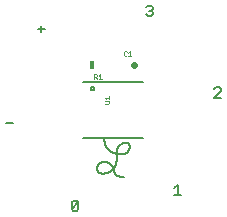
<source format=gbr>
G04 EAGLE Gerber RS-274X export*
G75*
%MOMM*%
%FSLAX34Y34*%
%LPD*%
%INSilkscreen Top*%
%IPPOS*%
%AMOC8*
5,1,8,0,0,1.08239X$1,22.5*%
G01*
%ADD10C,0.152400*%
%ADD11C,0.203200*%
%ADD12C,0.025400*%
%ADD13C,0.558800*%
%ADD14R,0.457200X0.762000*%


D10*
X-64008Y68584D02*
X-58246Y68584D01*
X-61127Y71465D02*
X-61127Y65703D01*
X27592Y86833D02*
X29033Y88273D01*
X31914Y88273D01*
X33354Y86833D01*
X33354Y85392D01*
X31914Y83952D01*
X30473Y83952D01*
X31914Y83952D02*
X33354Y82511D01*
X33354Y81071D01*
X31914Y79630D01*
X29033Y79630D01*
X27592Y81071D01*
X54443Y-63623D02*
X51562Y-66504D01*
X54443Y-63623D02*
X54443Y-72266D01*
X51562Y-72266D02*
X57324Y-72266D01*
X-35377Y-78298D02*
X-35377Y-84060D01*
X-35377Y-78298D02*
X-33936Y-76858D01*
X-31055Y-76858D01*
X-29615Y-78298D01*
X-29615Y-84060D01*
X-31055Y-85501D01*
X-33936Y-85501D01*
X-35377Y-84060D01*
X-29615Y-78298D01*
X85364Y10382D02*
X91126Y10382D01*
X85364Y10382D02*
X91126Y16144D01*
X91126Y17585D01*
X89686Y19025D01*
X86805Y19025D01*
X85364Y17585D01*
X-84916Y-11426D02*
X-90678Y-11426D01*
X-25650Y-23620D02*
X25396Y-23620D01*
X25396Y23620D02*
X-25650Y23620D01*
D11*
X-18962Y18034D02*
X-18960Y18109D01*
X-18954Y18184D01*
X-18944Y18259D01*
X-18931Y18333D01*
X-18913Y18406D01*
X-18892Y18478D01*
X-18867Y18549D01*
X-18838Y18618D01*
X-18805Y18686D01*
X-18770Y18752D01*
X-18730Y18816D01*
X-18688Y18878D01*
X-18642Y18938D01*
X-18593Y18995D01*
X-18541Y19049D01*
X-18487Y19101D01*
X-18430Y19150D01*
X-18370Y19196D01*
X-18308Y19238D01*
X-18244Y19278D01*
X-18178Y19313D01*
X-18110Y19346D01*
X-18041Y19375D01*
X-17970Y19400D01*
X-17898Y19421D01*
X-17825Y19439D01*
X-17751Y19452D01*
X-17676Y19462D01*
X-17601Y19468D01*
X-17526Y19470D01*
X-17451Y19468D01*
X-17376Y19462D01*
X-17301Y19452D01*
X-17227Y19439D01*
X-17154Y19421D01*
X-17082Y19400D01*
X-17011Y19375D01*
X-16942Y19346D01*
X-16874Y19313D01*
X-16808Y19278D01*
X-16744Y19238D01*
X-16682Y19196D01*
X-16622Y19150D01*
X-16565Y19101D01*
X-16511Y19049D01*
X-16459Y18995D01*
X-16410Y18938D01*
X-16364Y18878D01*
X-16322Y18816D01*
X-16282Y18752D01*
X-16247Y18686D01*
X-16214Y18618D01*
X-16185Y18549D01*
X-16160Y18478D01*
X-16139Y18406D01*
X-16121Y18333D01*
X-16108Y18259D01*
X-16098Y18184D01*
X-16092Y18109D01*
X-16090Y18034D01*
X-16092Y17959D01*
X-16098Y17884D01*
X-16108Y17809D01*
X-16121Y17735D01*
X-16139Y17662D01*
X-16160Y17590D01*
X-16185Y17519D01*
X-16214Y17450D01*
X-16247Y17382D01*
X-16282Y17316D01*
X-16322Y17252D01*
X-16364Y17190D01*
X-16410Y17130D01*
X-16459Y17073D01*
X-16511Y17019D01*
X-16565Y16967D01*
X-16622Y16918D01*
X-16682Y16872D01*
X-16744Y16830D01*
X-16808Y16790D01*
X-16874Y16755D01*
X-16942Y16722D01*
X-17011Y16693D01*
X-17082Y16668D01*
X-17154Y16647D01*
X-17227Y16629D01*
X-17301Y16616D01*
X-17376Y16606D01*
X-17451Y16600D01*
X-17526Y16598D01*
X-17601Y16600D01*
X-17676Y16606D01*
X-17751Y16616D01*
X-17825Y16629D01*
X-17898Y16647D01*
X-17970Y16668D01*
X-18041Y16693D01*
X-18110Y16722D01*
X-18178Y16755D01*
X-18244Y16790D01*
X-18308Y16830D01*
X-18370Y16872D01*
X-18430Y16918D01*
X-18487Y16967D01*
X-18541Y17019D01*
X-18593Y17073D01*
X-18642Y17130D01*
X-18688Y17190D01*
X-18730Y17252D01*
X-18770Y17316D01*
X-18805Y17382D01*
X-18838Y17450D01*
X-18867Y17519D01*
X-18892Y17590D01*
X-18913Y17662D01*
X-18931Y17735D01*
X-18944Y17809D01*
X-18954Y17884D01*
X-18960Y17959D01*
X-18962Y18034D01*
D12*
X-7496Y5343D02*
X-4319Y5343D01*
X-3683Y5978D01*
X-3683Y7249D01*
X-4319Y7885D01*
X-7496Y7885D01*
X-6225Y9085D02*
X-7496Y10356D01*
X-3683Y10356D01*
X-3683Y9085D02*
X-3683Y11627D01*
D13*
X17780Y37795D02*
X17780Y38405D01*
D12*
X11559Y49025D02*
X10924Y49660D01*
X9653Y49660D01*
X9017Y49025D01*
X9017Y46483D01*
X9653Y45847D01*
X10924Y45847D01*
X11559Y46483D01*
X12759Y48389D02*
X14030Y49660D01*
X14030Y45847D01*
X12759Y45847D02*
X15301Y45847D01*
D14*
X-17780Y38100D03*
D12*
X-16247Y30356D02*
X-16247Y26543D01*
X-16247Y30356D02*
X-14341Y30356D01*
X-13705Y29721D01*
X-13705Y28450D01*
X-14341Y27814D01*
X-16247Y27814D01*
X-14976Y27814D02*
X-13705Y26543D01*
X-12505Y29085D02*
X-11234Y30356D01*
X-11234Y26543D01*
X-12505Y26543D02*
X-9963Y26543D01*
D11*
X-7732Y-24396D02*
X-7728Y-24710D01*
X-7717Y-25024D01*
X-7698Y-25338D01*
X-7671Y-25651D01*
X-7637Y-25963D01*
X-7596Y-26274D01*
X-7546Y-26585D01*
X-7490Y-26894D01*
X-7426Y-27201D01*
X-7354Y-27507D01*
X-7275Y-27811D01*
X-7189Y-28113D01*
X-7096Y-28413D01*
X-6995Y-28711D01*
X-6887Y-29006D01*
X-6772Y-29298D01*
X-6650Y-29588D01*
X-6521Y-29874D01*
X-6386Y-30157D01*
X-6243Y-30437D01*
X-6094Y-30714D01*
X-5938Y-30986D01*
X-5775Y-31255D01*
X-5606Y-31520D01*
X-5431Y-31781D01*
X-5249Y-32037D01*
X-5062Y-32289D01*
X-4868Y-32536D01*
X-4668Y-32779D01*
X-4463Y-33017D01*
X-4251Y-33249D01*
X-4035Y-33477D01*
X-3813Y-33699D01*
X-3585Y-33915D01*
X-3353Y-34127D01*
X-3115Y-34332D01*
X-2872Y-34532D01*
X-2625Y-34726D01*
X-2373Y-34913D01*
X-2117Y-35095D01*
X-1856Y-35270D01*
X-1591Y-35439D01*
X-1322Y-35602D01*
X-1050Y-35758D01*
X-773Y-35907D01*
X-493Y-36050D01*
X-210Y-36185D01*
X76Y-36314D01*
X366Y-36436D01*
X658Y-36551D01*
X953Y-36659D01*
X1251Y-36760D01*
X1551Y-36853D01*
X1853Y-36939D01*
X2157Y-37018D01*
X2463Y-37090D01*
X2770Y-37154D01*
X3079Y-37210D01*
X3390Y-37260D01*
X3701Y-37301D01*
X4013Y-37335D01*
X4326Y-37362D01*
X4640Y-37381D01*
X4954Y-37392D01*
X5268Y-37396D01*
X7268Y-37396D01*
X7428Y-37394D01*
X7587Y-37388D01*
X7746Y-37378D01*
X7905Y-37365D01*
X8064Y-37347D01*
X8222Y-37326D01*
X8379Y-37300D01*
X8536Y-37271D01*
X8692Y-37238D01*
X8847Y-37201D01*
X9002Y-37161D01*
X9155Y-37116D01*
X9307Y-37068D01*
X9458Y-37016D01*
X9607Y-36960D01*
X9755Y-36901D01*
X9902Y-36838D01*
X10047Y-36772D01*
X10190Y-36702D01*
X10332Y-36628D01*
X10472Y-36552D01*
X10610Y-36471D01*
X10745Y-36388D01*
X10879Y-36301D01*
X11011Y-36210D01*
X11140Y-36117D01*
X11267Y-36020D01*
X11392Y-35921D01*
X11514Y-35818D01*
X11633Y-35712D01*
X11750Y-35604D01*
X11864Y-35492D01*
X11976Y-35378D01*
X12084Y-35261D01*
X12190Y-35142D01*
X12293Y-35020D01*
X12392Y-34895D01*
X12489Y-34768D01*
X12582Y-34639D01*
X12673Y-34507D01*
X12760Y-34373D01*
X12843Y-34238D01*
X12924Y-34100D01*
X13000Y-33960D01*
X13074Y-33818D01*
X13144Y-33675D01*
X13210Y-33530D01*
X13273Y-33383D01*
X13332Y-33235D01*
X13388Y-33086D01*
X13440Y-32935D01*
X13488Y-32783D01*
X13533Y-32630D01*
X13573Y-32475D01*
X13610Y-32320D01*
X13643Y-32164D01*
X13672Y-32007D01*
X13698Y-31850D01*
X13719Y-31692D01*
X13737Y-31533D01*
X13750Y-31374D01*
X13760Y-31215D01*
X13766Y-31056D01*
X13768Y-30896D01*
X13768Y-30396D01*
X13766Y-30298D01*
X13760Y-30200D01*
X13751Y-30102D01*
X13737Y-30005D01*
X13720Y-29908D01*
X13699Y-29812D01*
X13674Y-29717D01*
X13646Y-29623D01*
X13613Y-29531D01*
X13578Y-29439D01*
X13538Y-29349D01*
X13496Y-29261D01*
X13449Y-29174D01*
X13400Y-29090D01*
X13347Y-29007D01*
X13291Y-28927D01*
X13231Y-28848D01*
X13169Y-28772D01*
X13104Y-28699D01*
X13036Y-28628D01*
X12965Y-28560D01*
X12892Y-28495D01*
X12816Y-28433D01*
X12737Y-28373D01*
X12657Y-28317D01*
X12574Y-28264D01*
X12490Y-28215D01*
X12403Y-28168D01*
X12315Y-28126D01*
X12225Y-28086D01*
X12133Y-28051D01*
X12041Y-28018D01*
X11947Y-27990D01*
X11852Y-27965D01*
X11756Y-27944D01*
X11659Y-27927D01*
X11562Y-27913D01*
X11464Y-27904D01*
X11366Y-27898D01*
X11268Y-27896D01*
X10268Y-27896D01*
X10087Y-27898D01*
X9906Y-27905D01*
X9725Y-27916D01*
X9544Y-27931D01*
X9364Y-27951D01*
X9184Y-27975D01*
X9005Y-28003D01*
X8827Y-28036D01*
X8650Y-28073D01*
X8473Y-28114D01*
X8298Y-28159D01*
X8123Y-28209D01*
X7950Y-28263D01*
X7779Y-28321D01*
X7608Y-28383D01*
X7440Y-28450D01*
X7273Y-28520D01*
X7107Y-28594D01*
X6944Y-28673D01*
X6783Y-28755D01*
X6623Y-28841D01*
X6466Y-28931D01*
X6311Y-29025D01*
X6158Y-29122D01*
X6008Y-29224D01*
X5860Y-29328D01*
X5714Y-29437D01*
X5572Y-29548D01*
X5432Y-29664D01*
X5295Y-29782D01*
X5160Y-29904D01*
X5029Y-30029D01*
X4901Y-30157D01*
X4776Y-30288D01*
X4654Y-30423D01*
X4536Y-30560D01*
X4420Y-30700D01*
X4309Y-30842D01*
X4200Y-30988D01*
X4096Y-31136D01*
X3994Y-31286D01*
X3897Y-31439D01*
X3803Y-31594D01*
X3713Y-31751D01*
X3627Y-31911D01*
X3545Y-32072D01*
X3466Y-32235D01*
X3392Y-32401D01*
X3322Y-32568D01*
X3255Y-32736D01*
X3193Y-32907D01*
X3135Y-33078D01*
X3081Y-33251D01*
X3031Y-33426D01*
X2986Y-33601D01*
X2945Y-33778D01*
X2908Y-33955D01*
X2875Y-34133D01*
X2847Y-34312D01*
X2823Y-34492D01*
X2803Y-34672D01*
X2788Y-34853D01*
X2777Y-35034D01*
X2770Y-35215D01*
X2768Y-35396D01*
X2768Y-41896D01*
X2764Y-42186D01*
X2754Y-42476D01*
X2736Y-42765D01*
X2712Y-43054D01*
X2681Y-43342D01*
X2642Y-43630D01*
X2597Y-43916D01*
X2544Y-44202D01*
X2485Y-44485D01*
X2419Y-44768D01*
X2347Y-45048D01*
X2267Y-45327D01*
X2181Y-45604D01*
X2088Y-45879D01*
X1988Y-46151D01*
X1882Y-46421D01*
X1770Y-46688D01*
X1650Y-46953D01*
X1525Y-47214D01*
X1393Y-47473D01*
X1256Y-47728D01*
X1112Y-47980D01*
X962Y-48228D01*
X806Y-48472D01*
X644Y-48713D01*
X476Y-48949D01*
X303Y-49182D01*
X124Y-49410D01*
X-60Y-49634D01*
X-250Y-49853D01*
X-445Y-50068D01*
X-645Y-50278D01*
X-850Y-50483D01*
X-1060Y-50683D01*
X-1275Y-50878D01*
X-1494Y-51068D01*
X-1718Y-51252D01*
X-1946Y-51431D01*
X-2179Y-51604D01*
X-2415Y-51772D01*
X-2656Y-51934D01*
X-2900Y-52090D01*
X-3148Y-52240D01*
X-3400Y-52384D01*
X-3655Y-52521D01*
X-3914Y-52653D01*
X-4175Y-52778D01*
X-4440Y-52898D01*
X-4707Y-53010D01*
X-4977Y-53116D01*
X-5249Y-53216D01*
X-5524Y-53309D01*
X-5801Y-53395D01*
X-6080Y-53475D01*
X-6360Y-53547D01*
X-6643Y-53613D01*
X-6926Y-53672D01*
X-7212Y-53725D01*
X-7498Y-53770D01*
X-7786Y-53809D01*
X-8074Y-53840D01*
X-8363Y-53864D01*
X-8652Y-53882D01*
X-8942Y-53892D01*
X-9232Y-53896D01*
X-9365Y-53894D01*
X-9499Y-53888D01*
X-9632Y-53878D01*
X-9764Y-53864D01*
X-9896Y-53847D01*
X-10028Y-53825D01*
X-10159Y-53800D01*
X-10289Y-53770D01*
X-10418Y-53737D01*
X-10546Y-53700D01*
X-10673Y-53659D01*
X-10799Y-53614D01*
X-10923Y-53566D01*
X-11046Y-53514D01*
X-11167Y-53459D01*
X-11287Y-53399D01*
X-11405Y-53337D01*
X-11520Y-53271D01*
X-11634Y-53201D01*
X-11746Y-53128D01*
X-11855Y-53052D01*
X-11963Y-52973D01*
X-12067Y-52890D01*
X-12170Y-52805D01*
X-12269Y-52716D01*
X-12366Y-52625D01*
X-12461Y-52530D01*
X-12552Y-52433D01*
X-12641Y-52334D01*
X-12726Y-52231D01*
X-12809Y-52127D01*
X-12888Y-52019D01*
X-12964Y-51910D01*
X-13037Y-51798D01*
X-13107Y-51684D01*
X-13173Y-51569D01*
X-13235Y-51451D01*
X-13295Y-51331D01*
X-13350Y-51210D01*
X-13402Y-51087D01*
X-13450Y-50963D01*
X-13495Y-50837D01*
X-13536Y-50710D01*
X-13573Y-50582D01*
X-13606Y-50453D01*
X-13636Y-50323D01*
X-13661Y-50192D01*
X-13683Y-50060D01*
X-13700Y-49928D01*
X-13714Y-49796D01*
X-13724Y-49663D01*
X-13730Y-49529D01*
X-13732Y-49396D01*
X-13730Y-49250D01*
X-13724Y-49103D01*
X-13714Y-48957D01*
X-13701Y-48811D01*
X-13683Y-48666D01*
X-13662Y-48521D01*
X-13637Y-48377D01*
X-13608Y-48233D01*
X-13575Y-48091D01*
X-13538Y-47949D01*
X-13498Y-47808D01*
X-13454Y-47669D01*
X-13406Y-47530D01*
X-13354Y-47393D01*
X-13299Y-47257D01*
X-13240Y-47123D01*
X-13178Y-46991D01*
X-13112Y-46860D01*
X-13043Y-46731D01*
X-12971Y-46604D01*
X-12895Y-46479D01*
X-12815Y-46356D01*
X-12733Y-46235D01*
X-12647Y-46116D01*
X-12558Y-46000D01*
X-12466Y-45886D01*
X-12371Y-45774D01*
X-12273Y-45665D01*
X-12173Y-45559D01*
X-12069Y-45455D01*
X-11963Y-45355D01*
X-11854Y-45257D01*
X-11742Y-45162D01*
X-11628Y-45070D01*
X-11512Y-44981D01*
X-11393Y-44895D01*
X-11272Y-44813D01*
X-11149Y-44733D01*
X-11024Y-44657D01*
X-10897Y-44585D01*
X-10768Y-44516D01*
X-10637Y-44450D01*
X-10505Y-44388D01*
X-10371Y-44329D01*
X-10235Y-44274D01*
X-10098Y-44222D01*
X-9959Y-44174D01*
X-9820Y-44130D01*
X-9679Y-44090D01*
X-9537Y-44053D01*
X-9395Y-44020D01*
X-9251Y-43991D01*
X-9107Y-43966D01*
X-8962Y-43945D01*
X-8817Y-43927D01*
X-8671Y-43914D01*
X-8525Y-43904D01*
X-8378Y-43898D01*
X-8232Y-43896D01*
X-7232Y-43896D01*
X-7051Y-43898D01*
X-6870Y-43905D01*
X-6689Y-43916D01*
X-6508Y-43931D01*
X-6328Y-43951D01*
X-6148Y-43975D01*
X-5969Y-44003D01*
X-5791Y-44036D01*
X-5614Y-44073D01*
X-5437Y-44114D01*
X-5262Y-44159D01*
X-5087Y-44209D01*
X-4914Y-44263D01*
X-4743Y-44321D01*
X-4572Y-44383D01*
X-4404Y-44450D01*
X-4237Y-44520D01*
X-4071Y-44594D01*
X-3908Y-44673D01*
X-3747Y-44755D01*
X-3587Y-44841D01*
X-3430Y-44931D01*
X-3275Y-45025D01*
X-3122Y-45122D01*
X-2972Y-45224D01*
X-2824Y-45328D01*
X-2678Y-45437D01*
X-2536Y-45548D01*
X-2396Y-45664D01*
X-2259Y-45782D01*
X-2124Y-45904D01*
X-1993Y-46029D01*
X-1865Y-46157D01*
X-1740Y-46288D01*
X-1618Y-46423D01*
X-1500Y-46560D01*
X-1384Y-46700D01*
X-1273Y-46842D01*
X-1164Y-46988D01*
X-1060Y-47136D01*
X-958Y-47286D01*
X-861Y-47439D01*
X-767Y-47594D01*
X-677Y-47751D01*
X-591Y-47911D01*
X-509Y-48072D01*
X-430Y-48235D01*
X-356Y-48401D01*
X-286Y-48568D01*
X-219Y-48736D01*
X-157Y-48907D01*
X-99Y-49078D01*
X-45Y-49251D01*
X5Y-49426D01*
X50Y-49601D01*
X91Y-49778D01*
X128Y-49955D01*
X161Y-50133D01*
X189Y-50312D01*
X213Y-50492D01*
X233Y-50672D01*
X248Y-50853D01*
X259Y-51034D01*
X266Y-51215D01*
X268Y-51396D01*
X312Y-51559D01*
X361Y-51720D01*
X413Y-51880D01*
X469Y-52039D01*
X528Y-52197D01*
X592Y-52353D01*
X659Y-52507D01*
X730Y-52660D01*
X805Y-52811D01*
X883Y-52960D01*
X965Y-53108D01*
X1050Y-53253D01*
X1139Y-53396D01*
X1232Y-53537D01*
X1327Y-53676D01*
X1426Y-53812D01*
X1529Y-53946D01*
X1634Y-54077D01*
X1743Y-54206D01*
X1855Y-54332D01*
X1969Y-54456D01*
X2087Y-54576D01*
X2208Y-54694D01*
X2331Y-54809D01*
X2457Y-54921D01*
X2586Y-55029D01*
X2717Y-55135D01*
X2851Y-55237D01*
X2987Y-55336D01*
X3126Y-55432D01*
X3267Y-55524D01*
X3410Y-55613D01*
X3555Y-55699D01*
X3703Y-55780D01*
X3852Y-55859D01*
X4003Y-55933D01*
X4156Y-56004D01*
X4310Y-56072D01*
X4466Y-56135D01*
X4624Y-56195D01*
X4783Y-56251D01*
X4943Y-56303D01*
X5105Y-56351D01*
X5267Y-56396D01*
X5431Y-56436D01*
X5595Y-56472D01*
X5761Y-56505D01*
X5927Y-56533D01*
X6093Y-56557D01*
X6261Y-56578D01*
X6428Y-56594D01*
X6596Y-56606D01*
X6765Y-56614D01*
X6933Y-56618D01*
X7102Y-56618D01*
X7270Y-56614D01*
X7439Y-56606D01*
X7607Y-56594D01*
X7774Y-56578D01*
X7942Y-56558D01*
X8108Y-56533D01*
X8274Y-56505D01*
X8440Y-56473D01*
X8604Y-56436D01*
X8768Y-56396D01*
M02*

</source>
